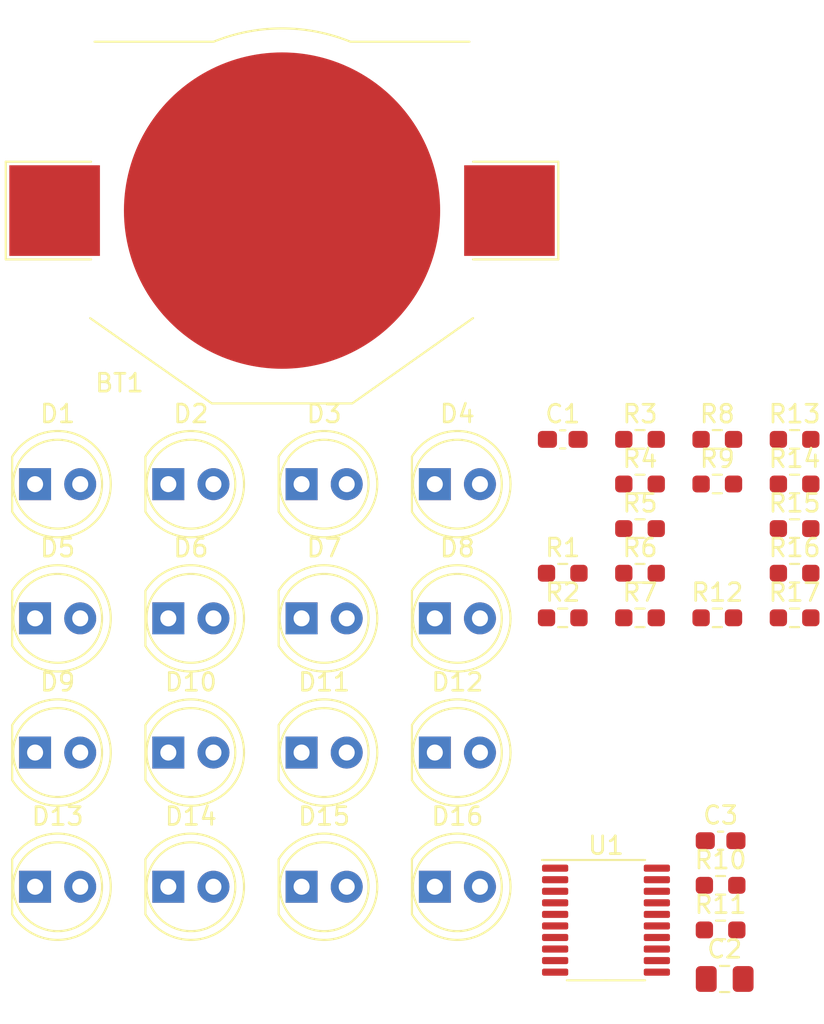
<source format=kicad_pcb>
(kicad_pcb (version 20221018) (generator pcbnew)
  (layers (0 "F.Cu" signal) (31 "B.Cu" signal) (34 "B.Paste" user) (35 "F.Paste" user) (36 "B.SilkS" user "B.Silkscreen") (37 "F.SilkS" user "F.Silkscreen") (38 "B.Mask" user) (39 "F.Mask" user) (44 "Edge.Cuts" user))
  (net 0 "")
  (net 1 "+3V3")
  (net 2 "GND")
  (net 3 "LED1")
  (net 4 "LED5")
  (net 5 "LED9")
  (net 6 "LED13")
  (net 7 "LED2")
  (net 8 "LED6")
  (net 9 "LED10")
  (net 10 "LED14")
  (net 11 "LED3")
  (net 12 "LED7")
  (net 13 "LED11")
  (net 14 "LED15")
  (net 15 "LED4")
  (net 16 "LED8")
  (net 17 "LED12")
  (net 18 "LED16")
  (net 19 "Net-(U1-PC3)")
  (net 20 "Net-(U1-PC4)")
  (net 21 "Net-(U1-PC5)")
  (net 22 "Net-(U1-PC6)")
  (net 23 "Net-(U1-PC7)")
  (net 24 "Net-(U1-PD1)")
  (net 25 "Net-(U1-PD2)")
  (net 26 "Net-(U1-PD3)")
  (net 27 "Net-(U1-PD4)")
  (net 28 "Net-(U1-PD5)")
  (net 29 "Net-(U1-PD6)")
  (net 30 "Net-(U1-NRST{slash}PD7)")
  (net 31 "Net-(U1-OSC_OUT{slash}PA2)")
  (net 32 "Net-(U1-PD0)")
  (net 33 "Net-(U1-PC0)")
  (net 34 "Net-(U1-PC1)")
  (net 35 "Net-(U1-PC2)")
  (footprint "LED_THT:LED_D5.0mm" (layer "F.Cu") (at 152.1925 114.26)
    (fp_text reference "D12" (at 1.27 -3.96) (layer "F.SilkS"))
    (fp_text value "LED B")
    (fp_line (start -1.29 -1.545) (end -1.29 1.545) (stroke (width 0.12)) (layer "F.SilkS"))
    (fp_arc (start -1.29 -1.54483) (mid 2.072002 -2.880433) (end 4.26 0.000462) (stroke (width 0.12)) (layer "F.SilkS"))
    (fp_arc (start 4.26 -0.000462) (mid 2.072002 2.880433) (end -1.29 1.54483) (stroke (width 0.12)) (layer "F.SilkS"))
    (fp_circle (center 1.27 0) (end 3.77 0) (stroke (width 0.12)) (fill none) (layer "F.SilkS"))
    (pad "1" thru_hole rect (at 0 0) (size 1.8 1.8) (drill 0.9) (layers "*.Cu" "*.Mask") (net 2 "GND"))
    (pad "2" thru_hole circle (at 2.54 0) (size 1.8 1.8) (drill 0.9) (layers "*.Cu" "*.Mask") (net 14 "LED15"))
  )
  (footprint "Resistor_SMD:R_0603_1608Metric_Pad0.98x0.95mm_HandSolder" (layer "F.Cu") (at 159.3925 106.68)
    (fp_text reference "R2" (at 0 -1.43) (layer "F.SilkS"))
    (fp_text value "1K")
    (fp_line (start -0.254724 -0.5225) (end 0.254724 -0.5225) (stroke (width 0.12)) (layer "F.SilkS"))
    (fp_line (start -0.254724 0.5225) (end 0.254724 0.5225) (stroke (width 0.12)) (layer "F.SilkS"))
    (pad "1" smd roundrect (at -0.9125 0) (size 0.975 0.95) (layers "F.Cu" "F.Paste" "F.Mask") (net 3 "LED1"))
    (pad "2" smd roundrect (at 0.9125 0) (size 0.975 0.95) (layers "F.Cu" "F.Paste" "F.Mask") (net 31 "Net-(U1-OSC_OUT{slash}PA2)"))
  )
  (footprint "LED_THT:LED_D5.0mm" (layer "F.Cu") (at 129.6925 121.81)
    (fp_text reference "D13" (at 1.27 -3.96) (layer "F.SilkS"))
    (fp_text value "LED Y")
    (fp_line (start -1.29 -1.545) (end -1.29 1.545) (stroke (width 0.12)) (layer "F.SilkS"))
    (fp_arc (start -1.29 -1.54483) (mid 2.072002 -2.880433) (end 4.26 0.000462) (stroke (width 0.12)) (layer "F.SilkS"))
    (fp_arc (start 4.26 -0.000462) (mid 2.072002 2.880433) (end -1.29 1.54483) (stroke (width 0.12)) (layer "F.SilkS"))
    (fp_circle (center 1.27 0) (end 3.77 0) (stroke (width 0.12)) (fill none) (layer "F.SilkS"))
    (pad "1" thru_hole rect (at 0 0) (size 1.8 1.8) (drill 0.9) (layers "*.Cu" "*.Mask") (net 2 "GND"))
    (pad "2" thru_hole circle (at 2.54 0) (size 1.8 1.8) (drill 0.9) (layers "*.Cu" "*.Mask") (net 15 "LED4"))
  )
  (footprint "Resistor_SMD:R_0603_1608Metric_Pad0.98x0.95mm_HandSolder" (layer "F.Cu") (at 172.4425 106.68)
    (fp_text reference "R17" (at 0 -1.43) (layer "F.SilkS"))
    (fp_text value "1K")
    (fp_line (start -0.254724 -0.5225) (end 0.254724 -0.5225) (stroke (width 0.12)) (layer "F.SilkS"))
    (fp_line (start -0.254724 0.5225) (end 0.254724 0.5225) (stroke (width 0.12)) (layer "F.SilkS"))
    (pad "1" smd roundrect (at -0.9125 0) (size 0.975 0.95) (layers "F.Cu" "F.Paste" "F.Mask") (net 23 "Net-(U1-PC7)"))
    (pad "2" smd roundrect (at 0.9125 0) (size 0.975 0.95) (layers "F.Cu" "F.Paste" "F.Mask") (net 18 "LED16"))
  )
  (footprint "LED_THT:LED_D5.0mm" (layer "F.Cu") (at 152.1925 106.71)
    (fp_text reference "D8" (at 1.27 -3.96) (layer "F.SilkS"))
    (fp_text value "LED G")
    (fp_line (start -1.29 -1.545) (end -1.29 1.545) (stroke (width 0.12)) (layer "F.SilkS"))
    (fp_arc (start -1.29 -1.54483) (mid 2.072002 -2.880433) (end 4.26 0.000462) (stroke (width 0.12)) (layer "F.SilkS"))
    (fp_arc (start 4.26 -0.000462) (mid 2.072002 2.880433) (end -1.29 1.54483) (stroke (width 0.12)) (layer "F.SilkS"))
    (fp_circle (center 1.27 0) (end 3.77 0) (stroke (width 0.12)) (fill none) (layer "F.SilkS"))
    (pad "1" thru_hole rect (at 0 0) (size 1.8 1.8) (drill 0.9) (layers "*.Cu" "*.Mask") (net 2 "GND"))
    (pad "2" thru_hole circle (at 2.54 0) (size 1.8 1.8) (drill 0.9) (layers "*.Cu" "*.Mask") (net 10 "LED14"))
  )
  (footprint "Resistor_SMD:R_0603_1608Metric_Pad0.98x0.95mm_HandSolder" (layer "F.Cu") (at 159.3925 104.17)
    (fp_text reference "R1" (at 0 -1.43) (layer "F.SilkS"))
    (fp_text value "10K")
    (fp_line (start -0.254724 -0.5225) (end 0.254724 -0.5225) (stroke (width 0.12)) (layer "F.SilkS"))
    (fp_line (start -0.254724 0.5225) (end 0.254724 0.5225) (stroke (width 0.12)) (layer "F.SilkS"))
    (pad "1" smd roundrect (at -0.9125 0) (size 0.975 0.95) (layers "F.Cu" "F.Paste" "F.Mask") (net 1 "+3V3"))
    (pad "2" smd roundrect (at 0.9125 0) (size 0.975 0.95) (layers "F.Cu" "F.Paste" "F.Mask") (net 30 "Net-(U1-NRST{slash}PD7)"))
  )
  (footprint "LED_THT:LED_D5.0mm" (layer "F.Cu") (at 144.6925 106.71)
    (fp_text reference "D7" (at 1.27 -3.96) (layer "F.SilkS"))
    (fp_text value "LED G")
    (fp_line (start -1.29 -1.545) (end -1.29 1.545) (stroke (width 0.12)) (layer "F.SilkS"))
    (fp_arc (start -1.29 -1.54483) (mid 2.072002 -2.880433) (end 4.26 0.000462) (stroke (width 0.12)) (layer "F.SilkS"))
    (fp_arc (start 4.26 -0.000462) (mid 2.072002 2.880433) (end -1.29 1.54483) (stroke (width 0.12)) (layer "F.SilkS"))
    (fp_circle (center 1.27 0) (end 3.77 0) (stroke (width 0.12)) (fill none) (layer "F.SilkS"))
    (pad "1" thru_hole rect (at 0 0) (size 1.8 1.8) (drill 0.9) (layers "*.Cu" "*.Mask") (net 2 "GND"))
    (pad "2" thru_hole circle (at 2.54 0) (size 1.8 1.8) (drill 0.9) (layers "*.Cu" "*.Mask") (net 9 "LED10"))
  )
  (footprint "LED_THT:LED_D5.0mm" (layer "F.Cu") (at 144.6925 114.26)
    (fp_text reference "D11" (at 1.27 -3.96) (layer "F.SilkS"))
    (fp_text value "LED B")
    (fp_line (start -1.29 -1.545) (end -1.29 1.545) (stroke (width 0.12)) (layer "F.SilkS"))
    (fp_arc (start -1.29 -1.54483) (mid 2.072002 -2.880433) (end 4.26 0.000462) (stroke (width 0.12)) (layer "F.SilkS"))
    (fp_arc (start 4.26 -0.000462) (mid 2.072002 2.880433) (end -1.29 1.54483) (stroke (width 0.12)) (layer "F.SilkS"))
    (fp_circle (center 1.27 0) (end 3.77 0) (stroke (width 0.12)) (fill none) (layer "F.SilkS"))
    (pad "1" thru_hole rect (at 0 0) (size 1.8 1.8) (drill 0.9) (layers "*.Cu" "*.Mask") (net 2 "GND"))
    (pad "2" thru_hole circle (at 2.54 0) (size 1.8 1.8) (drill 0.9) (layers "*.Cu" "*.Mask") (net 13 "LED11"))
  )
  (footprint "Resistor_SMD:R_0603_1608Metric_Pad0.98x0.95mm_HandSolder" (layer "F.Cu") (at 163.7425 104.17)
    (fp_text reference "R6" (at 0 -1.43) (layer "F.SilkS"))
    (fp_text value "1K")
    (fp_line (start -0.254724 -0.5225) (end 0.254724 -0.5225) (stroke (width 0.12)) (layer "F.SilkS"))
    (fp_line (start -0.254724 0.5225) (end 0.254724 0.5225) (stroke (width 0.12)) (layer "F.SilkS"))
    (pad "1" smd roundrect (at -0.9125 0) (size 0.975 0.95) (layers "F.Cu" "F.Paste" "F.Mask") (net 4 "LED5"))
    (pad "2" smd roundrect (at 0.9125 0) (size 0.975 0.95) (layers "F.Cu" "F.Paste" "F.Mask") (net 26 "Net-(U1-PD3)"))
  )
  (footprint "LED_THT:LED_D5.0mm" (layer "F.Cu") (at 129.6925 99.16)
    (fp_text reference "D1" (at 1.27 -3.96) (layer "F.SilkS"))
    (fp_text value "LED R")
    (fp_line (start -1.29 -1.545) (end -1.29 1.545) (stroke (width 0.12)) (layer "F.SilkS"))
    (fp_arc (start -1.29 -1.54483) (mid 2.072002 -2.880433) (end 4.26 0.000462) (stroke (width 0.12)) (layer "F.SilkS"))
    (fp_arc (start 4.26 -0.000462) (mid 2.072002 2.880433) (end -1.29 1.54483) (stroke (width 0.12)) (layer "F.SilkS"))
    (fp_circle (center 1.27 0) (end 3.77 0) (stroke (width 0.12)) (fill none) (layer "F.SilkS"))
    (pad "1" thru_hole rect (at 0 0) (size 1.8 1.8) (drill 0.9) (layers "*.Cu" "*.Mask") (net 2 "GND"))
    (pad "2" thru_hole circle (at 2.54 0) (size 1.8 1.8) (drill 0.9) (layers "*.Cu" "*.Mask") (net 3 "LED1"))
  )
  (footprint "Capacitor_SMD:C_0603_1608Metric_Pad1.08x0.95mm_HandSolder" (layer "F.Cu") (at 168.2775 119.22)
    (fp_text reference "C3" (at 0 -1.43) (layer "F.SilkS"))
    (fp_text value "100nF")
    (fp_line (start -0.146267 -0.51) (end 0.146267 -0.51) (stroke (width 0.12)) (layer "F.SilkS"))
    (fp_line (start -0.146267 0.51) (end 0.146267 0.51) (stroke (width 0.12)) (layer "F.SilkS"))
    (pad "1" smd roundrect (at -0.8625 0) (size 1.075 0.95) (layers "F.Cu" "F.Paste" "F.Mask") (net 2 "GND"))
    (pad "2" smd roundrect (at 0.8625 0) (size 1.075 0.95) (layers "F.Cu" "F.Paste" "F.Mask") (net 1 "+3V3"))
  )
  (footprint "Resistor_SMD:R_0603_1608Metric_Pad0.98x0.95mm_HandSolder" (layer "F.Cu") (at 172.4425 101.66)
    (fp_text reference "R15" (at 0 -1.43) (layer "F.SilkS"))
    (fp_text value "1K")
    (fp_line (start -0.254724 -0.5225) (end 0.254724 -0.5225) (stroke (width 0.12)) (layer "F.SilkS"))
    (fp_line (start -0.254724 0.5225) (end 0.254724 0.5225) (stroke (width 0.12)) (layer "F.SilkS"))
    (pad "1" smd roundrect (at -0.9125 0) (size 0.975 0.95) (layers "F.Cu" "F.Paste" "F.Mask") (net 21 "Net-(U1-PC5)"))
    (pad "2" smd roundrect (at 0.9125 0) (size 0.975 0.95) (layers "F.Cu" "F.Paste" "F.Mask") (net 10 "LED14"))
  )
  (footprint "Resistor_SMD:R_0603_1608Metric_Pad0.98x0.95mm_HandSolder" (layer "F.Cu") (at 172.4425 96.64)
    (fp_text reference "R13" (at 0 -1.43) (layer "F.SilkS"))
    (fp_text value "1K")
    (fp_line (start -0.254724 -0.5225) (end 0.254724 -0.5225) (stroke (width 0.12)) (layer "F.SilkS"))
    (fp_line (start -0.254724 0.5225) (end 0.254724 0.5225) (stroke (width 0.12)) (layer "F.SilkS"))
    (pad "1" smd roundrect (at -0.9125 0) (size 0.975 0.95) (layers "F.Cu" "F.Paste" "F.Mask") (net 19 "Net-(U1-PC3)"))
    (pad "2" smd roundrect (at 0.9125 0) (size 0.975 0.95) (layers "F.Cu" "F.Paste" "F.Mask") (net 17 "LED12"))
  )
  (footprint "Resistor_SMD:R_0603_1608Metric_Pad0.98x0.95mm_HandSolder" (layer "F.Cu") (at 168.0925 106.68)
    (fp_text reference "R12" (at 0 -1.43) (layer "F.SilkS"))
    (fp_text value "1K")
    (fp_line (start -0.254724 -0.5225) (end 0.254724 -0.5225) (stroke (width 0.12)) (layer "F.SilkS"))
    (fp_line (start -0.254724 0.5225) (end 0.254724 0.5225) (stroke (width 0.12)) (layer "F.SilkS"))
    (pad "1" smd roundrect (at -0.9125 0) (size 0.975 0.95) (layers "F.Cu" "F.Paste" "F.Mask") (net 35 "Net-(U1-PC2)"))
    (pad "2" smd roundrect (at 0.9125 0) (size 0.975 0.95) (layers "F.Cu" "F.Paste" "F.Mask") (net 13 "LED11"))
  )
  (footprint "Resistor_SMD:R_0603_1608Metric_Pad0.98x0.95mm_HandSolder" (layer "F.Cu") (at 172.4425 99.15)
    (fp_text reference "R14" (at 0 -1.43) (layer "F.SilkS"))
    (fp_text value "1K")
    (fp_line (start -0.254724 -0.5225) (end 0.254724 -0.5225) (stroke (width 0.12)) (layer "F.SilkS"))
    (fp_line (start -0.254724 0.5225) (end 0.254724 0.5225) (stroke (width 0.12)) (layer "F.SilkS"))
    (pad "1" smd roundrect (at -0.9125 0) (size 0.975 0.95) (layers "F.Cu" "F.Paste" "F.Mask") (net 20 "Net-(U1-PC4)"))
    (pad "2" smd roundrect (at 0.9125 0) (size 0.975 0.95) (layers "F.Cu" "F.Paste" "F.Mask") (net 6 "LED13"))
  )
  (footprint "LED_THT:LED_D5.0mm" (layer "F.Cu") (at 137.1925 121.81)
    (fp_text reference "D14" (at 1.27 -3.96) (layer "F.SilkS"))
    (fp_text value "LED Y")
    (fp_line (start -1.29 -1.545) (end -1.29 1.545) (stroke (width 0.12)) (layer "F.SilkS"))
    (fp_arc (start -1.29 -1.54483) (mid 2.072002 -2.880433) (end 4.26 0.000462) (stroke (width 0.12)) (layer "F.SilkS"))
    (fp_arc (start 4.26 -0.000462) (mid 2.072002 2.880433) (end -1.29 1.54483) (stroke (width 0.12)) (layer "F.SilkS"))
    (fp_circle (center 1.27 0) (end 3.77 0) (stroke (width 0.12)) (fill none) (layer "F.SilkS"))
    (pad "1" thru_hole rect (at 0 0) (size 1.8 1.8) (drill 0.9) (layers "*.Cu" "*.Mask") (net 2 "GND"))
    (pad "2" thru_hole circle (at 2.54 0) (size 1.8 1.8) (drill 0.9) (layers "*.Cu" "*.Mask") (net 16 "LED8"))
  )
  (footprint "Battery:BatteryHolder_Keystone_3002_1x2032" (layer "F.Cu") (at 143.5925 83.767512)
    (fp_text reference "BT1" (at -9.15 9.7) (layer "F.SilkS"))
    (fp_text value "Battery_Cell")
    (fp_line (start -15.55 -2.75) (end -15.55 2.75) (stroke (width 0.12)) (layer "F.SilkS"))
    (fp_line (start -15.55 2.75) (end -10.75 2.75) (stroke (width 0.12)) (layer "F.SilkS"))
    (fp_line (start -10.8 6.05) (end -3.95 10.85) (stroke (width 0.12)) (layer "F.SilkS"))
    (fp_line (start -10.75 -2.75) (end -15.55 -2.75) (stroke (width 0.12)) (layer "F.SilkS"))
    (fp_line (start -10.55 -9.5) (end -3.85 -9.5) (stroke (width 0.12)) (layer "F.SilkS"))
    (fp_line (start -3.95 10.85) (end 3.95 10.85) (stroke (width 0.12)) (layer "F.SilkS"))
    (fp_line (start 3.95 10.85) (end 10.75 6.05) (stroke (width 0.12)) (layer "F.SilkS"))
    (fp_line (start 10.55 -9.5) (end 3.85 -9.5) (stroke (width 0.12)) (layer "F.SilkS"))
    (fp_line (start 10.75 2.75) (end 15.55 2.75) (stroke (width 0.12)) (layer "F.SilkS"))
    (fp_line (start 15.55 -2.75) (end 10.75 -2.75) (stroke (width 0.12)) (layer "F.SilkS"))
    (fp_line (start 15.55 2.75) (end 15.55 -2.75) (stroke (width 0.12)) (layer "F.SilkS"))
    (fp_arc (start -3.846385 -9.501464) (mid 0.00195 -10.250487) (end 3.85 -9.5) (stroke (width 0.12)) (layer "F.SilkS"))
    (pad "1" smd rect (at -12.8 0) (size 5.1 5.1) (layers "F.Cu" "F.Paste" "F.Mask") (net 1 "+3V3"))
    (pad "1" smd rect (at 12.8 0) (size 5.1 5.1) (layers "F.Cu" "F.Paste" "F.Mask") (net 1 "+3V3"))
    (pad "2" smd circle (at 0 0) (size 17.8 17.8) (layers "F.Cu" "F.Mask") (net 2 "GND"))
  )
  (footprint "Resistor_SMD:R_0603_1608Metric_Pad0.98x0.95mm_HandSolder" (layer "F.Cu") (at 168.0925 96.64)
    (fp_text reference "R8" (at 0 -1.43) (layer "F.SilkS"))
    (fp_text value "1K")
    (fp_line (start -0.254724 -0.5225) (end 0.254724 -0.5225) (stroke (width 0.12)) (layer "F.SilkS"))
    (fp_line (start -0.254724 0.5225) (end 0.254724 0.5225) (stroke (width 0.12)) (layer "F.SilkS"))
    (pad "1" smd roundrect (at -0.9125 0) (size 0.975 0.95) (layers "F.Cu" "F.Paste" "F.Mask") (net 12 "LED7"))
    (pad "2" smd roundrect (at 0.9125 0) (size 0.975 0.95) (layers "F.Cu" "F.Paste" "F.Mask") (net 28 "Net-(U1-PD5)"))
  )
  (footprint "Package_SO:TSSOP-20_4.4x6.5mm_P0.65mm" (layer "F.Cu") (at 161.8275 123.69)
    (fp_text reference "U1" (at 0 -4.2) (layer "F.SilkS"))
    (fp_text value "CH32V003F4P6")
    (fp_line (start 0 -3.385) (end -3.6 -3.385) (stroke (width 0.12)) (layer "F.SilkS"))
    (fp_line (start 0 -3.385) (end 2.2 -3.385) (stroke (width 0.12)) (layer "F.SilkS"))
    (fp_line (start 0 3.385) (end -2.2 3.385) (stroke (width 0.12)) (layer "F.SilkS"))
    (fp_line (start 0 3.385) (end 2.2 3.385) (stroke (width 0.12)) (layer "F.SilkS"))
    (pad "1" smd roundrect (at -2.8625 -2.925) (size 1.475 0.4) (layers "F.Cu" "F.Paste" "F.Mask") (net 27 "Net-(U1-PD4)"))
    (pad "2" smd roundrect (at -2.8625 -2.275) (size 1.475 0.4) (layers "F.Cu" "F.Paste" "F.Mask") (net 28 "Net-(U1-PD5)"))
    (pad "3" smd roundrect (at -2.8625 -1.625) (size 1.475 0.4) (layers "F.Cu" "F.Paste" "F.Mask") (net 29 "Net-(U1-PD6)"))
    (pad "4" smd roundrect (at -2.8625 -0.975) (size 1.475 0.4) (layers "F.Cu" "F.Paste" "F.Mask") (net 30 "Net-(U1-NRST{slash}PD7)"))
    (pad "5" smd roundrect (at -2.8625 -0.325) (size 1.475 0.4) (layers "F.Cu" "F.Paste" "F.Mask"))
    (pad "6" smd roundrect (at -2.8625 0.325) (size 1.475 0.4) (layers "F.Cu" "F.Paste" "F.Mask") (net 31 "Net-(U1-OSC_OUT{slash}PA2)"))
    (pad "7" smd roundrect (at -2.8625 0.975) (size 1.475 0.4) (layers "F.Cu" "F.Paste" "F.Mask") (net 2 "GND"))
    (pad "8" smd roundrect (at -2.8625 1.625) (size 1.475 0.4) (layers "F.Cu" "F.Paste" "F.Mask") (net 32 "Net-(U1-PD0)"))
    (pad "9" smd roundrect (at -2.8625 2.275) (size 1.475 0.4) (layers "F.Cu" "F.Paste" "F.Mask") (net 1 "+3V3"))
    (pad "10" smd roundrect (at -2.8625 2.925) (size 1.475 0.4) (layers "F.Cu" "F.Paste" "F.Mask") (net 33 "Net-(U1-PC0)"))
    (pad "11" smd roundrect (at 2.8625 2.925) (size 1.475 0.4) (layers "F.Cu" "F.Paste" "F.Mask") (net 34 "Net-(U1-PC1)"))
    (pad "12" smd roundrect (at 2.8625 2.275) (size 1.475 0.4) (layers "F.Cu" "F.Paste" "F.Mask") (net 35 "Net-(U1-PC2)"))
    (pad "13" smd roundrect (at 2.8625 1.625) (size 1.475 0.4) (layers "F.Cu" "F.Paste" "F.Mask") (net 19 "Net-(U1-PC3)"))
    (pad "14" smd roundrect (at 2.8625 0.975) (size 1.475 0.4) (layers "F.Cu" "F.Paste" "F.Mask") (net 20 "Net-(U1-PC4)"))
    (pad "15" smd roundrect (at 2.8625 0.325) (size 1.475 0.4) (layers "F.Cu" "F.Paste" "F.Mask") (net 21 "Net-(U1-PC5)"))
    (pad "16" smd roundrect (at 2.8625 -0.325) (size 1.475 0.4) (layers "F.Cu" "F.Paste" "F.Mask") (net 22 "Net-(U1-PC6)"))
    (pad "17" smd roundrect (at 2.8625 -0.975) (size 1.475 0.4) (layers "F.Cu" "F.Paste" "F.Mask") (net 23 "Net-(U1-PC7)"))
    (pad "18" smd roundrect (at 2.8625 -1.625) (size 1.475 0.4) (layers "F.Cu" "F.Paste" "F.Mask") (net 24 "Net-(U1-PD1)"))
    (pad "19" smd roundrect (at 2.8625 -2.275) (size 1.475 0.4) (layers "F.Cu" "F.Paste" "F.Mask") (net 25 "Net-(U1-PD2)"))
    (pad "20" smd roundrect (at 2.8625 -2.925) (size 1.475 0.4) (layers "F.Cu" "F.Paste" "F.Mask") (net 26 "Net-(U1-PD3)"))
  )
  (footprint "LED_THT:LED_D5.0mm" (layer "F.Cu") (at 137.1925 99.16)
    (fp_text reference "D2" (at 1.27 -3.96) (layer "F.SilkS"))
    (fp_text value "LED R")
    (fp_line (start -1.29 -1.545) (end -1.29 1.545) (stroke (width 0.12)) (layer "F.SilkS"))
    (fp_arc (start -1.29 -1.54483) (mid 2.072002 -2.880433) (end 4.26 0.000462) (stroke (width 0.12)) (layer "F.SilkS"))
    (fp_arc (start 4.26 -0.000462) (mid 2.072002 2.880433) (end -1.29 1.54483) (stroke (width 0.12)) (layer "F.SilkS"))
    (fp_circle (center 1.27 0) (end 3.77 0) (stroke (width 0.12)) (fill none) (layer "F.SilkS"))
    (pad "1" thru_hole rect (at 0 0) (size 1.8 1.8) (drill 0.9) (layers "*.Cu" "*.Mask") (net 2 "GND"))
    (pad "2" thru_hole circle (at 2.54 0) (size 1.8 1.8) (drill 0.9) (layers "*.Cu" "*.Mask") (net 4 "LED5"))
  )
  (footprint "Capacitor_SMD:C_0805_2012Metric_Pad1.18x1.45mm_HandSolder" (layer "F.Cu") (at 168.5075 127)
    (fp_text reference "C2" (at 0 -1.68) (layer "F.SilkS"))
    (fp_text value "10uF")
    (fp_line (start -0.261252 -0.735) (end 0.261252 -0.735) (stroke (width 0.12)) (layer "F.SilkS"))
    (fp_line (start -0.261252 0.735) (end 0.261252 0.735) (stroke (width 0.12)) (layer "F.SilkS"))
    (pad "1" smd roundrect (at -1.0375 0) (size 1.175 1.45) (layers "F.Cu" "F.Paste" "F.Mask") (roundrect_rratio 0.212766) (net 1 "+3V3"))
    (pad "2" smd roundrect (at 1.0375 0) (size 1.175 1.45) (layers "F.Cu" "F.Paste" "F.Mask") (roundrect_rratio 0.212766) (net 2 "GND"))
  )
  (footprint "LED_THT:LED_D5.0mm" (layer "F.Cu") (at 152.1925 121.81)
    (fp_text reference "D16" (at 1.27 -3.96) (layer "F.SilkS"))
    (fp_text value "LED Y")
    (fp_line (start -1.29 -1.545) (end -1.29 1.545) (stroke (width 0.12)) (layer "F.SilkS"))
    (fp_arc (start -1.29 -1.54483) (mid 2.072002 -2.880433) (end 4.26 0.000462) (stroke (width 0.12)) (layer "F.SilkS"))
    (fp_arc (start 4.26 -0.000462) (mid 2.072002 2.880433) (end -1.29 1.54483) (stroke (width 0.12)) (layer "F.SilkS"))
    (fp_circle (center 1.27 0) (end 3.77 0) (stroke (width 0.12)) (fill none) (layer "F.SilkS"))
    (pad "1" thru_hole rect (at 0 0) (size 1.8 1.8) (drill 0.9) (layers "*.Cu" "*.Mask") (net 2 "GND"))
    (pad "2" thru_hole circle (at 2.54 0) (size 1.8 1.8) (drill 0.9) (layers "*.Cu" "*.Mask") (net 18 "LED16"))
  )
  (footprint "LED_THT:LED_D5.0mm" (layer "F.Cu") (at 129.6925 106.71)
    (fp_text reference "D5" (at 1.27 -3.96) (layer "F.SilkS"))
    (fp_text value "LED G")
    (fp_line (start -1.29 -1.545) (end -1.29 1.545) (stroke (width 0.12)) (layer "F.SilkS"))
    (fp_arc (start -1.29 -1.54483) (mid 2.072002 -2.880433) (end 4.26 0.000462) (stroke (width 0.12)) (layer "F.SilkS"))
    (fp_arc (start 4.26 -0.000462) (mid 2.072002 2.880433) (end -1.29 1.54483) (stroke (width 0.12)) (layer "F.SilkS"))
    (fp_circle (center 1.27 0) (end 3.77 0) (stroke (width 0.12)) (fill none) (layer "F.SilkS"))
    (pad "1" thru_hole rect (at 0 0) (size 1.8 1.8) (drill 0.9) (layers "*.Cu" "*.Mask") (net 2 "GND"))
    (pad "2" thru_hole circle (at 2.54 0) (size 1.8 1.8) (drill 0.9) (layers "*.Cu" "*.Mask") (net 7 "LED2"))
  )
  (footprint "Resistor_SMD:R_0603_1608Metric_Pad0.98x0.95mm_HandSolder" (layer "F.Cu") (at 163.7425 96.64)
    (fp_text reference "R3" (at 0 -1.43) (layer "F.SilkS"))
    (fp_text value "1K")
    (fp_line (start -0.254724 -0.5225) (end 0.254724 -0.5225) (stroke (width 0.12)) (layer "F.SilkS"))
    (fp_line (start -0.254724 0.5225) (end 0.254724 0.5225) (stroke (width 0.12)) (layer "F.SilkS"))
    (pad "1" smd roundrect (at -0.9125 0) (size 0.975 0.95) (layers "F.Cu" "F.Paste" "F.Mask") (net 7 "LED2"))
    (pad "2" smd roundrect (at 0.9125 0) (size 0.975 0.95) (layers "F.Cu" "F.Paste" "F.Mask") (net 32 "Net-(U1-PD0)"))
  )
  (footprint "LED_THT:LED_D5.0mm" (layer "F.Cu") (at 144.6925 121.81)
    (fp_text reference "D15" (at 1.27 -3.96) (layer "F.SilkS"))
    (fp_text value "LED Y")
    (fp_line (start -1.29 -1.545) (end -1.29 1.545) (stroke (width 0.12)) (layer "F.SilkS"))
    (fp_arc (start -1.29 -1.54483) (mid 2.072002 -2.880433) (end 4.26 0.000462) (stroke (width 0.12)) (layer "F.SilkS"))
    (fp_arc (start 4.26 -0.000462) (mid 2.072002 2.880433) (end -1.29 1.54483) (stroke (width 0.12)) (layer "F.SilkS"))
    (fp_circle (center 1.27 0) (end 3.77 0) (stroke (width 0.12)) (fill none) (layer "F.SilkS"))
    (pad "1" thru_hole rect (at 0 0) (size 1.8 1.8) (drill 0.9) (layers "*.Cu" "*.Mask") (net 2 "GND"))
    (pad "2" thru_hole circle (at 2.54 0) (size 1.8 1.8) (drill 0.9) (layers "*.Cu" "*.Mask") (net 17 "LED12"))
  )
  (footprint "LED_THT:LED_D5.0mm" (layer "F.Cu") (at 137.1925 106.71)
    (fp_text reference "D6" (at 1.27 -3.96) (layer "F.SilkS"))
    (fp_text value "LED G")
    (fp_line (start -1.29 -1.545) (end -1.29 1.545) (stroke (width 0.12)) (layer "F.SilkS"))
    (fp_arc (start -1.29 -1.54483) (mid 2.072002 -2.880433) (end 4.26 0.000462) (stroke (width 0.12)) (layer "F.SilkS"))
    (fp_arc (start 4.26 -0.000462) (mid 2.072002 2.880433) (end -1.29 1.54483) (stroke (width 0.12)) (layer "F.SilkS"))
    (fp_circle (center 1.27 0) (end 3.77 0) (stroke (width 0.12)) (fill none) (layer "F.SilkS"))
    (pad "1" thru_hole rect (at 0 0) (size 1.8 1.8) (drill 0.9) (layers "*.Cu" "*.Mask") (net 2 "GND"))
    (pad "2" thru_hole circle (at 2.54 0) (size 1.8 1.8) (drill 0.9) (layers "*.Cu" "*.Mask") (net 8 "LED6"))
  )
  (footprint "Resistor_SMD:R_0603_1608Metric_Pad0.98x0.95mm_HandSolder" (layer "F.Cu") (at 163.7425 106.68)
    (fp_text reference "R7" (at 0 -1.43) (layer "F.SilkS"))
    (fp_text value "1K")
    (fp_line (start -0.254724 -0.5225) (end 0.254724 -0.5225) (stroke (width 0.12)) (layer "F.SilkS"))
    (fp_line (start -0.254724 0.5225) (end 0.254724 0.5225) (stroke (width 0.12)) (layer "F.SilkS"))
    (pad "1" smd roundrect (at -0.9125 0) (size 0.975 0.95) (layers "F.Cu" "F.Paste" "F.Mask") (net 8 "LED6"))
    (pad "2" smd roundrect (at 0.9125 0) (size 0.975 0.95) (layers "F.Cu" "F.Paste" "F.Mask") (net 27 "Net-(U1-PD4)"))
  )
  (footprint "Resistor_SMD:R_0603_1608Metric_Pad0.98x0.95mm_HandSolder" (layer "F.Cu") (at 168.0925 99.15)
    (fp_text reference "R9" (at 0 -1.43) (layer "F.SilkS"))
    (fp_text value "1K")
    (fp_line (start -0.254724 -0.5225) (end 0.254724 -0.5225) (stroke (width 0.12)) (layer "F.SilkS"))
    (fp_line (start -0.254724 0.5225) (end 0.254724 0.5225) (stroke (width 0.12)) (layer "F.SilkS"))
    (pad "1" smd roundrect (at -0.9125 0) (size 0.975 0.95) (layers "F.Cu" "F.Paste" "F.Mask") (net 16 "LED8"))
    (pad "2" smd roundrect (at 0.9125 0) (size 0.975 0.95) (layers "F.Cu" "F.Paste" "F.Mask") (net 29 "Net-(U1-PD6)"))
  )
  (footprint "Resistor_SMD:R_0603_1608Metric_Pad0.98x0.95mm_HandSolder" (layer "F.Cu") (at 163.7425 99.15)
    (fp_text reference "R4" (at 0 -1.43) (layer "F.SilkS"))
    (fp_text value "1K")
    (fp_line (start -0.254724 -0.5225) (end 0.254724 -0.5225) (stroke (width 0.12)) (layer "F.SilkS"))
    (fp_line (start -0.254724 0.5225) (end 0.254724 0.5225) (stroke (width 0.12)) (layer "F.SilkS"))
    (pad "1" smd roundrect (at -0.9125 0) (size 0.975 0.95) (layers "F.Cu" "F.Paste" "F.Mask") (net 11 "LED3"))
    (pad "2" smd roundrect (at 0.9125 0) (size 0.975 0.95) (layers "F.Cu" "F.Paste" "F.Mask") (net 24 "Net-(U1-PD1)"))
  )
  (footprint "Resistor_SMD:R_0603_1608Metric_Pad0.98x0.95mm_HandSolder" (layer "F.Cu") (at 168.2775 121.73)
    (fp_text reference "R10" (at 0 -1.43) (layer "F.SilkS"))
    (fp_text value "1K")
    (fp_line (start -0.254724 -0.5225) (end 0.254724 -0.5225) (stroke (width 0.12)) (layer "F.SilkS"))
    (fp_line (start -0.254724 0.5225) (end 0.254724 0.5225) (stroke (width 0.12)) (layer "F.SilkS"))
    (pad "1" smd roundrect (at -0.9125 0) (size 0.975 0.95) (layers "F.Cu" "F.Paste" "F.Mask") (net 33 "Net-(U1-PC0)"))
    (pad "2" smd roundrect (at 0.9125 0) (size 0.975 0.95) (layers "F.Cu" "F.Paste" "F.Mask") (net 13 "LED11"))
  )
  (footprint "Resistor_SMD:R_0603_1608Metric_Pad0.98x0.95mm_HandSolder" (layer "F.Cu") (at 168.2775 124.24)
    (fp_text reference "R11" (at 0 -1.43) (layer "F.SilkS"))
    (fp_text value "1K")
    (fp_line (start -0.254724 -0.5225) (end 0.254724 -0.5225) (stroke (width 0.12)) (layer "F.SilkS"))
    (fp_line (start -0.254724 0.5225) (end 0.254724 0.5225) (stroke (width 0.12)) (layer "F.SilkS"))
    (pad "1" smd roundrect (at -0.9125 0) (size 0.975 0.95) (layers "F.Cu" "F.Paste" "F.Mask") (net 34 "Net-(U1-PC1)"))
    (pad "2" smd roundrect (at 0.9125 0) (size 0.975 0.95) (layers "F.Cu" "F.Paste" "F.Mask") (net 13 "LED11"))
  )
  (footprint "LED_THT:LED_D5.0mm" (layer "F.Cu") (at 137.1925 114.26)
    (fp_text reference "D10" (at 1.27 -3.96) (layer "F.SilkS"))
    (fp_text value "LED B")
    (fp_line (start -1.29 -1.545) (end -1.29 1.545) (stroke (width 0.12)) (layer "F.SilkS"))
    (fp_arc (start -1.29 -1.54483) (mid 2.072002 -2.880433) (end 4.26 0.000462) (stroke (width 0.12)) (layer "F.SilkS"))
    (fp_arc (start 4.26 -0.000462) (mid 2.072002 2.880433) (end -1.29 1.54483) (stroke (width 0.12)) (layer "F.SilkS"))
    (fp_circle (center 1.27 0) (end 3.77 0) (stroke (width 0.12)) (fill none) (layer "F.SilkS"))
    (pad "1" thru_hole rect (at 0 0) (size 1.8 1.8) (drill 0.9) (layers "*.Cu" "*.Mask") (net 2 "GND"))
    (pad "2" thru_hole circle (at 2.54 0) (size 1.8 1.8) (drill 0.9) (layers "*.Cu" "*.Mask") (net 12 "LED7"))
  )
  (footprint "LED_THT:LED_D5.0mm" (layer "F.Cu") (at 152.1925 99.16)
    (fp_text reference "D4" (at 1.27 -3.96) (layer "F.SilkS"))
    (fp_text value "LED R")
    (fp_line (start -1.29 -1.545) (end -1.29 1.545) (stroke (width 0.12)) (layer "F.SilkS"))
    (fp_arc (start -1.29 -1.54483) (mid 2.072002 -2.880433) (end 4.26 0.000462) (stroke (width 0.12)) (layer "F.SilkS"))
    (fp_arc (start 4.26 -0.000462) (mid 2.072002 2.880433) (end -1.29 1.54483) (stroke (width 0.12)) (layer "F.SilkS"))
    (fp_circle (center 1.27 0) (end 3.77 0) (stroke (width 0.12)) (fill none) (layer "F.SilkS"))
    (pad "1" thru_hole rect (at 0 0) (size 1.8 1.8) (drill 0.9) (layers "*.Cu" "*.Mask") (net 2 "GND"))
    (pad "2" thru_hole circle (at 2.54 0) (size 1.8 1.8) (drill 0.9) (layers "*.Cu" "*.Mask") (net 6 "LED13"))
  )
  (footprint "LED_THT:LED_D5.0mm" (layer "F.Cu") (at 129.6925 114.26)
    (fp_text reference "D9" (at 1.27 -3.96) (layer "F.SilkS"))
    (fp_text value "LED B")
    (fp_line (start -1.29 -1.545) (end -1.29 1.545) (stroke (width 0.12)) (layer "F.SilkS"))
    (fp_arc (start -1.29 -1.54483) (mid 2.072002 -2.880433) (end 4.26 0.000462) (stroke (width 0.12)) (layer "F.SilkS"))
    (fp_arc (start 4.26 -0.000462) (mid 2.072002 2.880433) (end -1.29 1.54483) (stroke (width 0.12)) (layer "F.SilkS"))
    (fp_circle (center 1.27 0) (end 3.77 0) (stroke (width 0.12)) (fill none) (layer "F.SilkS"))
    (pad "1" thru_hole rect (at 0 0) (size 1.8 1.8) (drill 0.9) (layers "*.Cu" "*.Mask") (net 2 "GND"))
    (pad "2" thru_hole circle (at 2.54 0) (size 1.8 1.8) (drill 0.9) (layers "*.Cu" "*.Mask") (net 11 "LED3"))
  )
  (footprint "Resistor_SMD:R_0603_1608Metric_Pad0.98x0.95mm_HandSolder" (layer "F.Cu") (at 163.7425 101.66)
    (fp_text reference "R5" (at 0 -1.43) (layer "F.SilkS"))
    (fp_text value "1K")
    (fp_line (start -0.254724 -0.5225) (end 0.254724 -0.5225) (stroke (width 0.12)) (layer "F.SilkS"))
    (fp_line (start -0.254724 0.5225) (end 0.254724 0.5225) (stroke (width 0.12)) (layer "F.SilkS"))
    (pad "1" smd roundrect (at -0.9125 0) (size 0.975 0.95) (layers "F.Cu" "F.Paste" "F.Mask") (net 15 "LED4"))
    (pad "2" smd roundrect (at 0.9125 0) (size 0.975 0.95) (layers "F.Cu" "F.Paste" "F.Mask") (net 25 "Net-(U1-PD2)"))
  )
  (footprint "Capacitor_SMD:C_0603_1608Metric_Pad1.08x0.95mm_HandSolder" (layer "F.Cu") (at 159.3925 96.64)
    (fp_text reference "C1" (at 0 -1.43) (layer "F.SilkS"))
    (fp_text value "100nF")
    (fp_line (start -0.146267 -0.51) (end 0.146267 -0.51) (stroke (width 0.12)) (layer "F.SilkS"))
    (fp_line (start -0.146267 0.51) (end 0.146267 0.51) (stroke (width 0.12)) (layer "F.SilkS"))
    (pad "1" smd roundrect (at -0.8625 0) (size 1.075 0.95) (layers "F.Cu" "F.Paste" "F.Mask") (net 2 "GND"))
    (pad "2" smd roundrect (at 0.8625 0) (size 1.075 0.95) (layers "F.Cu" "F.Paste" "F.Mask") (net 30 "Net-(U1-NRST{slash}PD7)"))
  )
  (footprint "Resistor_SMD:R_0603_1608Metric_Pad0.98x0.95mm_HandSolder" (layer "F.Cu") (at 172.4425 104.17)
    (fp_text reference "R16" (at 0 -1.43) (layer "F.SilkS"))
    (fp_text value "1K")
    (fp_line (start -0.254724 -0.5225) (end 0.254724 -0.5225) (stroke (width 0.12)) (layer "F.SilkS"))
    (fp_line (start -0.254724 0.5225) (end 0.254724 0.5225) (stroke (width 0.12)) (layer "F.SilkS"))
    (pad "1" smd roundrect (at -0.9125 0) (size 0.975 0.95) (layers "F.Cu" "F.Paste" "F.Mask") (net 22 "Net-(U1-PC6)"))
    (pad "2" smd roundrect (at 0.9125 0) (size 0.975 0.95) (layers "F.Cu" "F.Paste" "F.Mask") (net 14 "LED15"))
  )
  (footprint "LED_THT:LED_D5.0mm" (layer "F.Cu") (at 144.6925 99.16)
    (fp_text reference "D3" (at 1.27 -3.96) (layer "F.SilkS"))
    (fp_text value "LED R")
    (fp_line (start -1.29 -1.545) (end -1.29 1.545) (stroke (width 0.12)) (layer "F.SilkS"))
    (fp_arc (start -1.29 -1.54483) (mid 2.072002 -2.880433) (end 4.26 0.000462) (stroke (width 0.12)) (layer "F.SilkS"))
    (fp_arc (start 4.26 -0.000462) (mid 2.072002 2.880433) (end -1.29 1.54483) (stroke (width 0.12)) (layer "F.SilkS"))
    (fp_circle (center 1.27 0) (end 3.77 0) (stroke (width 0.12)) (fill none) (layer "F.SilkS"))
    (pad "1" thru_hole rect (at 0 0) (size 1.8 1.8) (drill 0.9) (layers "*.Cu" "*.Mask") (net 2 "GND"))
    (pad "2" thru_hole circle (at 2.54 0) (size 1.8 1.8) (drill 0.9) (layers "*.Cu" "*.Mask") (net 5 "LED9"))
  )
)
</source>
